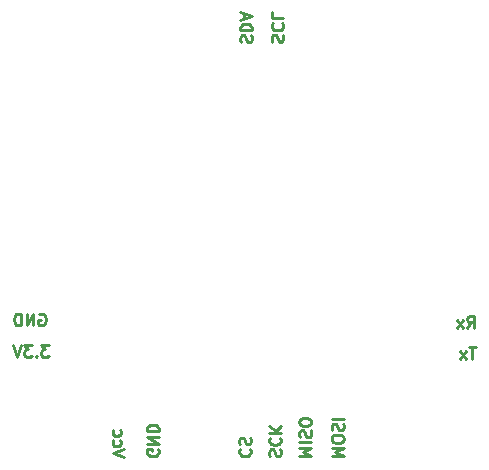
<source format=gbr>
G04 #@! TF.GenerationSoftware,KiCad,Pcbnew,(5.1.5)-3*
G04 #@! TF.CreationDate,2020-08-02T02:59:21-04:00*
G04 #@! TF.ProjectId,STM32F4,53544d33-3246-4342-9e6b-696361645f70,rev?*
G04 #@! TF.SameCoordinates,Original*
G04 #@! TF.FileFunction,Legend,Bot*
G04 #@! TF.FilePolarity,Positive*
%FSLAX46Y46*%
G04 Gerber Fmt 4.6, Leading zero omitted, Abs format (unit mm)*
G04 Created by KiCad (PCBNEW (5.1.5)-3) date 2020-08-02 02:59:21*
%MOMM*%
%LPD*%
G04 APERTURE LIST*
%ADD10C,0.250000*%
G04 APERTURE END LIST*
D10*
X64871428Y-93452380D02*
X64252380Y-93452380D01*
X64585714Y-93833333D01*
X64442857Y-93833333D01*
X64347618Y-93880952D01*
X64299999Y-93928571D01*
X64252380Y-94023809D01*
X64252380Y-94261904D01*
X64299999Y-94357142D01*
X64347618Y-94404761D01*
X64442857Y-94452380D01*
X64728571Y-94452380D01*
X64823809Y-94404761D01*
X64871428Y-94357142D01*
X63823809Y-94357142D02*
X63776190Y-94404761D01*
X63823809Y-94452380D01*
X63871428Y-94404761D01*
X63823809Y-94357142D01*
X63823809Y-94452380D01*
X63442857Y-93452380D02*
X62823809Y-93452380D01*
X63157142Y-93833333D01*
X63014285Y-93833333D01*
X62919047Y-93880952D01*
X62871428Y-93928571D01*
X62823809Y-94023809D01*
X62823809Y-94261904D01*
X62871428Y-94357142D01*
X62919047Y-94404761D01*
X63014285Y-94452380D01*
X63299999Y-94452380D01*
X63395238Y-94404761D01*
X63442857Y-94357142D01*
X62538095Y-93452380D02*
X62204761Y-94452380D01*
X61871428Y-93452380D01*
X64061904Y-90850000D02*
X64157142Y-90802380D01*
X64300000Y-90802380D01*
X64442857Y-90850000D01*
X64538095Y-90945238D01*
X64585714Y-91040476D01*
X64633333Y-91230952D01*
X64633333Y-91373809D01*
X64585714Y-91564285D01*
X64538095Y-91659523D01*
X64442857Y-91754761D01*
X64300000Y-91802380D01*
X64204761Y-91802380D01*
X64061904Y-91754761D01*
X64014285Y-91707142D01*
X64014285Y-91373809D01*
X64204761Y-91373809D01*
X63585714Y-91802380D02*
X63585714Y-90802380D01*
X63014285Y-91802380D01*
X63014285Y-90802380D01*
X62538095Y-91802380D02*
X62538095Y-90802380D01*
X62300000Y-90802380D01*
X62157142Y-90850000D01*
X62061904Y-90945238D01*
X62014285Y-91040476D01*
X61966666Y-91230952D01*
X61966666Y-91373809D01*
X62014285Y-91564285D01*
X62061904Y-91659523D01*
X62157142Y-91754761D01*
X62300000Y-91802380D01*
X62538095Y-91802380D01*
X71297619Y-102964285D02*
X70297619Y-102630951D01*
X71297619Y-102297618D01*
X70345238Y-101535713D02*
X70297619Y-101630951D01*
X70297619Y-101821428D01*
X70345238Y-101916666D01*
X70392857Y-101964285D01*
X70488095Y-102011904D01*
X70773809Y-102011904D01*
X70869047Y-101964285D01*
X70916666Y-101916666D01*
X70964285Y-101821428D01*
X70964285Y-101630951D01*
X70916666Y-101535713D01*
X70345238Y-100678570D02*
X70297619Y-100773809D01*
X70297619Y-100964285D01*
X70345238Y-101059523D01*
X70392857Y-101107142D01*
X70488095Y-101154761D01*
X70773809Y-101154761D01*
X70869047Y-101107142D01*
X70916666Y-101059523D01*
X70964285Y-100964285D01*
X70964285Y-100773809D01*
X70916666Y-100678570D01*
X74150000Y-102297618D02*
X74197619Y-102392856D01*
X74197619Y-102535714D01*
X74150000Y-102678571D01*
X74054761Y-102773809D01*
X73959523Y-102821428D01*
X73769047Y-102869047D01*
X73626190Y-102869047D01*
X73435714Y-102821428D01*
X73340476Y-102773809D01*
X73245238Y-102678571D01*
X73197619Y-102535714D01*
X73197619Y-102440475D01*
X73245238Y-102297618D01*
X73292857Y-102249999D01*
X73626190Y-102249999D01*
X73626190Y-102440475D01*
X73197619Y-101821428D02*
X74197619Y-101821428D01*
X73197619Y-101249999D01*
X74197619Y-101249999D01*
X73197619Y-100773809D02*
X74197619Y-100773809D01*
X74197619Y-100535714D01*
X74150000Y-100392856D01*
X74054761Y-100297618D01*
X73959523Y-100249999D01*
X73769047Y-100202380D01*
X73626190Y-100202380D01*
X73435714Y-100249999D01*
X73340476Y-100297618D01*
X73245238Y-100392856D01*
X73197619Y-100535714D01*
X73197619Y-100773809D01*
X81092857Y-102249999D02*
X81045238Y-102297618D01*
X80997619Y-102440475D01*
X80997619Y-102535713D01*
X81045238Y-102678571D01*
X81140476Y-102773809D01*
X81235714Y-102821428D01*
X81426190Y-102869047D01*
X81569047Y-102869047D01*
X81759523Y-102821428D01*
X81854761Y-102773809D01*
X81950000Y-102678571D01*
X81997619Y-102535713D01*
X81997619Y-102440475D01*
X81950000Y-102297618D01*
X81902380Y-102249999D01*
X81045238Y-101869047D02*
X80997619Y-101726190D01*
X80997619Y-101488094D01*
X81045238Y-101392856D01*
X81092857Y-101345237D01*
X81188095Y-101297618D01*
X81283333Y-101297618D01*
X81378571Y-101345237D01*
X81426190Y-101392856D01*
X81473809Y-101488094D01*
X81521428Y-101678571D01*
X81569047Y-101773809D01*
X81616666Y-101821428D01*
X81711904Y-101869047D01*
X81807142Y-101869047D01*
X81902380Y-101821428D01*
X81950000Y-101773809D01*
X81997619Y-101678571D01*
X81997619Y-101440475D01*
X81950000Y-101297618D01*
X83595238Y-102869047D02*
X83547619Y-102726190D01*
X83547619Y-102488094D01*
X83595238Y-102392856D01*
X83642857Y-102345237D01*
X83738095Y-102297618D01*
X83833333Y-102297618D01*
X83928571Y-102345237D01*
X83976190Y-102392856D01*
X84023809Y-102488094D01*
X84071428Y-102678571D01*
X84119047Y-102773809D01*
X84166666Y-102821428D01*
X84261904Y-102869047D01*
X84357142Y-102869047D01*
X84452380Y-102821428D01*
X84500000Y-102773809D01*
X84547619Y-102678571D01*
X84547619Y-102440475D01*
X84500000Y-102297618D01*
X83642857Y-101297618D02*
X83595238Y-101345237D01*
X83547619Y-101488094D01*
X83547619Y-101583333D01*
X83595238Y-101726190D01*
X83690476Y-101821428D01*
X83785714Y-101869047D01*
X83976190Y-101916666D01*
X84119047Y-101916666D01*
X84309523Y-101869047D01*
X84404761Y-101821428D01*
X84500000Y-101726190D01*
X84547619Y-101583333D01*
X84547619Y-101488094D01*
X84500000Y-101345237D01*
X84452380Y-101297618D01*
X83547619Y-100869047D02*
X84547619Y-100869047D01*
X83547619Y-100297618D02*
X84119047Y-100726190D01*
X84547619Y-100297618D02*
X83976190Y-100869047D01*
X86097619Y-102821428D02*
X87097619Y-102821428D01*
X86383333Y-102488095D01*
X87097619Y-102154761D01*
X86097619Y-102154761D01*
X86097619Y-101678571D02*
X87097619Y-101678571D01*
X86145238Y-101250000D02*
X86097619Y-101107142D01*
X86097619Y-100869047D01*
X86145238Y-100773809D01*
X86192857Y-100726190D01*
X86288095Y-100678571D01*
X86383333Y-100678571D01*
X86478571Y-100726190D01*
X86526190Y-100773809D01*
X86573809Y-100869047D01*
X86621428Y-101059523D01*
X86669047Y-101154761D01*
X86716666Y-101202380D01*
X86811904Y-101250000D01*
X86907142Y-101250000D01*
X87002380Y-101202380D01*
X87050000Y-101154761D01*
X87097619Y-101059523D01*
X87097619Y-100821428D01*
X87050000Y-100678571D01*
X87097619Y-100059523D02*
X87097619Y-99869047D01*
X87050000Y-99773809D01*
X86954761Y-99678571D01*
X86764285Y-99630952D01*
X86430952Y-99630952D01*
X86240476Y-99678571D01*
X86145238Y-99773809D01*
X86097619Y-99869047D01*
X86097619Y-100059523D01*
X86145238Y-100154761D01*
X86240476Y-100250000D01*
X86430952Y-100297619D01*
X86764285Y-100297619D01*
X86954761Y-100250000D01*
X87050000Y-100154761D01*
X87097619Y-100059523D01*
X88847619Y-102821428D02*
X89847619Y-102821428D01*
X89133333Y-102488095D01*
X89847619Y-102154761D01*
X88847619Y-102154761D01*
X89847619Y-101488095D02*
X89847619Y-101297619D01*
X89800000Y-101202380D01*
X89704761Y-101107142D01*
X89514285Y-101059523D01*
X89180952Y-101059523D01*
X88990476Y-101107142D01*
X88895238Y-101202380D01*
X88847619Y-101297619D01*
X88847619Y-101488095D01*
X88895238Y-101583333D01*
X88990476Y-101678571D01*
X89180952Y-101726190D01*
X89514285Y-101726190D01*
X89704761Y-101678571D01*
X89800000Y-101583333D01*
X89847619Y-101488095D01*
X88895238Y-100678571D02*
X88847619Y-100535714D01*
X88847619Y-100297619D01*
X88895238Y-100202380D01*
X88942857Y-100154761D01*
X89038095Y-100107142D01*
X89133333Y-100107142D01*
X89228571Y-100154761D01*
X89276190Y-100202380D01*
X89323809Y-100297619D01*
X89371428Y-100488095D01*
X89419047Y-100583333D01*
X89466666Y-100630952D01*
X89561904Y-100678571D01*
X89657142Y-100678571D01*
X89752380Y-100630952D01*
X89800000Y-100583333D01*
X89847619Y-100488095D01*
X89847619Y-100250000D01*
X89800000Y-100107142D01*
X88847619Y-99678571D02*
X89847619Y-99678571D01*
X101040476Y-93652380D02*
X100469047Y-93652380D01*
X100754761Y-94652380D02*
X100754761Y-93652380D01*
X100230952Y-94652380D02*
X99707142Y-93985714D01*
X100230952Y-93985714D02*
X99707142Y-94652380D01*
X100326191Y-92002380D02*
X100659524Y-91526190D01*
X100897619Y-92002380D02*
X100897619Y-91002380D01*
X100516667Y-91002380D01*
X100421429Y-91050000D01*
X100373810Y-91097619D01*
X100326191Y-91192857D01*
X100326191Y-91335714D01*
X100373810Y-91430952D01*
X100421429Y-91478571D01*
X100516667Y-91526190D01*
X100897619Y-91526190D01*
X99992857Y-92002380D02*
X99469048Y-91335714D01*
X99992857Y-91335714D02*
X99469048Y-92002380D01*
X83795238Y-67766667D02*
X83747619Y-67623810D01*
X83747619Y-67385714D01*
X83795238Y-67290476D01*
X83842857Y-67242857D01*
X83938095Y-67195238D01*
X84033333Y-67195238D01*
X84128571Y-67242857D01*
X84176190Y-67290476D01*
X84223809Y-67385714D01*
X84271428Y-67576191D01*
X84319047Y-67671429D01*
X84366666Y-67719048D01*
X84461904Y-67766667D01*
X84557142Y-67766667D01*
X84652380Y-67719048D01*
X84700000Y-67671429D01*
X84747619Y-67576191D01*
X84747619Y-67338095D01*
X84700000Y-67195238D01*
X83842857Y-66195238D02*
X83795238Y-66242857D01*
X83747619Y-66385714D01*
X83747619Y-66480952D01*
X83795238Y-66623810D01*
X83890476Y-66719048D01*
X83985714Y-66766667D01*
X84176190Y-66814286D01*
X84319047Y-66814286D01*
X84509523Y-66766667D01*
X84604761Y-66719048D01*
X84700000Y-66623810D01*
X84747619Y-66480952D01*
X84747619Y-66385714D01*
X84700000Y-66242857D01*
X84652380Y-66195238D01*
X83747619Y-65290476D02*
X83747619Y-65766667D01*
X84747619Y-65766667D01*
X81145238Y-67814285D02*
X81097619Y-67671428D01*
X81097619Y-67433333D01*
X81145238Y-67338095D01*
X81192857Y-67290476D01*
X81288095Y-67242857D01*
X81383333Y-67242857D01*
X81478571Y-67290476D01*
X81526190Y-67338095D01*
X81573809Y-67433333D01*
X81621428Y-67623809D01*
X81669047Y-67719047D01*
X81716666Y-67766666D01*
X81811904Y-67814285D01*
X81907142Y-67814285D01*
X82002380Y-67766666D01*
X82050000Y-67719047D01*
X82097619Y-67623809D01*
X82097619Y-67385714D01*
X82050000Y-67242857D01*
X81097619Y-66814285D02*
X82097619Y-66814285D01*
X82097619Y-66576190D01*
X82050000Y-66433333D01*
X81954761Y-66338095D01*
X81859523Y-66290476D01*
X81669047Y-66242857D01*
X81526190Y-66242857D01*
X81335714Y-66290476D01*
X81240476Y-66338095D01*
X81145238Y-66433333D01*
X81097619Y-66576190D01*
X81097619Y-66814285D01*
X81383333Y-65861904D02*
X81383333Y-65385714D01*
X81097619Y-65957142D02*
X82097619Y-65623809D01*
X81097619Y-65290476D01*
M02*

</source>
